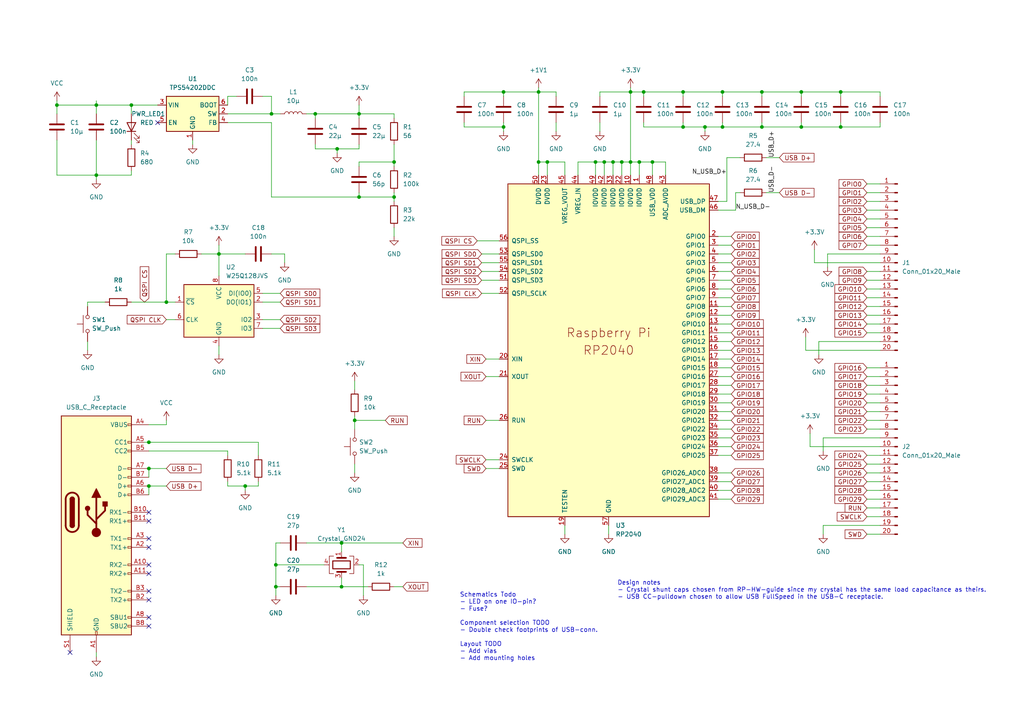
<source format=kicad_sch>
(kicad_sch (version 20211123) (generator eeschema)
  (paper "A4")
  (junction (at 220.98 36.83))
  (junction (at 156.21 46.99))
  (junction (at 27.94 50.8))
  (junction (at 104.14 33.02))
  (junction (at 182.88 46.99))
  (junction (at 156.21 26.67))
  (junction (at 27.94 30.48))
  (junction (at 172.72 46.99))
  (junction (at 180.34 46.99))
  (junction (at 158.75 46.99))
  (junction (at 99.06 170.18))
  (junction (at 189.23 46.99))
  (junction (at 99.06 157.48))
  (junction (at 71.12 140.97))
  (junction (at 185.42 46.99))
  (junction (at 48.26 87.63))
  (junction (at 177.8 46.99))
  (junction (at 182.88 26.67))
  (junction (at 102.87 121.92))
  (junction (at 80.01 170.18))
  (junction (at 91.44 33.02))
  (junction (at 209.55 26.67))
  (junction (at 43.18 128.27))
  (junction (at 175.26 46.99))
  (junction (at 43.18 140.97))
  (junction (at 146.05 26.67))
  (junction (at 232.41 26.67))
  (junction (at 220.98 26.67))
  (junction (at 78.74 33.02))
  (junction (at 186.69 26.67))
  (junction (at 114.3 46.99))
  (junction (at 43.18 135.89))
  (junction (at 204.47 36.83))
  (junction (at 198.12 36.83))
  (junction (at 209.55 36.83))
  (junction (at 16.51 30.48))
  (junction (at 63.5 73.66))
  (junction (at 146.05 36.83))
  (junction (at 80.01 163.83))
  (junction (at 114.3 57.15))
  (junction (at 232.41 36.83))
  (junction (at 38.1 30.48))
  (junction (at 198.12 26.67))
  (junction (at 104.14 57.15))
  (junction (at 243.84 26.67))
  (junction (at 243.84 36.83))
  (junction (at 97.79 43.18))
  (no_connect (at 43.18 171.45))
  (no_connect (at 43.18 148.59))
  (no_connect (at 43.18 179.07))
  (no_connect (at 43.18 158.75))
  (no_connect (at 45.72 35.56))
  (no_connect (at 20.32 189.23))
  (no_connect (at 43.18 173.99))
  (no_connect (at 43.18 163.83))
  (no_connect (at 43.18 151.13))
  (no_connect (at 43.18 181.61))
  (no_connect (at 43.18 156.21))
  (no_connect (at 43.18 166.37))
  (wire (pts (xy 43.18 135.89) (xy 43.18 138.43)))
  (wire (pts (xy 175.26 46.99) (xy 175.26 50.8)))
  (wire (pts (xy 175.26 46.99) (xy 177.8 46.99)))
  (wire (pts (xy 38.1 49.53) (xy 38.1 50.8)))
  (wire (pts (xy 104.14 46.99) (xy 104.14 48.26)))
  (wire (pts (xy 251.46 147.32) (xy 255.27 147.32)))
  (wire (pts (xy 251.46 149.86) (xy 255.27 149.86)))
  (wire (pts (xy 220.98 26.67) (xy 220.98 27.94)))
  (wire (pts (xy 25.4 99.06) (xy 25.4 101.6)))
  (wire (pts (xy 114.3 66.04) (xy 114.3 68.58)))
  (wire (pts (xy 114.3 46.99) (xy 104.14 46.99)))
  (wire (pts (xy 208.28 88.9) (xy 212.09 88.9)))
  (wire (pts (xy 76.2 87.63) (xy 81.28 87.63)))
  (wire (pts (xy 97.79 43.18) (xy 97.79 44.45)))
  (wire (pts (xy 80.01 163.83) (xy 80.01 170.18)))
  (wire (pts (xy 251.46 96.52) (xy 255.27 96.52)))
  (wire (pts (xy 208.28 124.46) (xy 212.09 124.46)))
  (wire (pts (xy 63.5 73.66) (xy 63.5 80.01)))
  (wire (pts (xy 208.28 76.2) (xy 212.09 76.2)))
  (wire (pts (xy 222.25 45.72) (xy 226.06 45.72)))
  (wire (pts (xy 41.91 128.27) (xy 43.18 128.27)))
  (wire (pts (xy 208.28 121.92) (xy 212.09 121.92)))
  (wire (pts (xy 198.12 35.56) (xy 198.12 36.83)))
  (wire (pts (xy 251.46 111.76) (xy 255.27 111.76)))
  (wire (pts (xy 146.05 35.56) (xy 146.05 36.83)))
  (wire (pts (xy 66.04 140.97) (xy 66.04 139.7)))
  (wire (pts (xy 251.46 66.04) (xy 255.27 66.04)))
  (wire (pts (xy 134.62 36.83) (xy 146.05 36.83)))
  (wire (pts (xy 208.28 68.58) (xy 212.09 68.58)))
  (wire (pts (xy 251.46 134.62) (xy 255.27 134.62)))
  (wire (pts (xy 172.72 46.99) (xy 175.26 46.99)))
  (wire (pts (xy 209.55 26.67) (xy 209.55 27.94)))
  (wire (pts (xy 30.48 87.63) (xy 25.4 87.63)))
  (wire (pts (xy 43.18 140.97) (xy 48.26 140.97)))
  (wire (pts (xy 91.44 33.02) (xy 104.14 33.02)))
  (wire (pts (xy 167.64 46.99) (xy 172.72 46.99)))
  (wire (pts (xy 91.44 41.91) (xy 91.44 43.18)))
  (wire (pts (xy 251.46 116.84) (xy 255.27 116.84)))
  (wire (pts (xy 156.21 26.67) (xy 156.21 46.99)))
  (wire (pts (xy 208.28 129.54) (xy 212.09 129.54)))
  (wire (pts (xy 251.46 119.38) (xy 255.27 119.38)))
  (wire (pts (xy 209.55 26.67) (xy 220.98 26.67)))
  (wire (pts (xy 63.5 100.33) (xy 63.5 102.87)))
  (wire (pts (xy 232.41 26.67) (xy 232.41 27.94)))
  (wire (pts (xy 38.1 30.48) (xy 38.1 33.02)))
  (wire (pts (xy 251.46 114.3) (xy 255.27 114.3)))
  (wire (pts (xy 236.22 76.2) (xy 255.27 76.2)))
  (wire (pts (xy 208.28 83.82) (xy 212.09 83.82)))
  (wire (pts (xy 104.14 33.02) (xy 104.14 34.29)))
  (wire (pts (xy 161.29 26.67) (xy 156.21 26.67)))
  (wire (pts (xy 104.14 57.15) (xy 78.74 57.15)))
  (wire (pts (xy 156.21 46.99) (xy 158.75 46.99)))
  (wire (pts (xy 251.46 71.12) (xy 255.27 71.12)))
  (wire (pts (xy 27.94 30.48) (xy 38.1 30.48)))
  (wire (pts (xy 251.46 83.82) (xy 255.27 83.82)))
  (wire (pts (xy 173.99 26.67) (xy 182.88 26.67)))
  (wire (pts (xy 71.12 140.97) (xy 71.12 142.24)))
  (wire (pts (xy 182.88 25.4) (xy 182.88 26.67)))
  (wire (pts (xy 182.88 26.67) (xy 182.88 46.99)))
  (wire (pts (xy 74.93 128.27) (xy 74.93 132.08)))
  (wire (pts (xy 176.53 152.4) (xy 176.53 154.94)))
  (wire (pts (xy 105.41 163.83) (xy 104.14 163.83)))
  (wire (pts (xy 243.84 36.83) (xy 255.27 36.83)))
  (wire (pts (xy 134.62 35.56) (xy 134.62 36.83)))
  (wire (pts (xy 139.7 78.74) (xy 144.78 78.74)))
  (wire (pts (xy 240.03 73.66) (xy 240.03 77.47)))
  (wire (pts (xy 210.82 45.72) (xy 214.63 45.72)))
  (wire (pts (xy 208.28 73.66) (xy 212.09 73.66)))
  (wire (pts (xy 163.83 152.4) (xy 163.83 154.94)))
  (wire (pts (xy 140.97 135.89) (xy 144.78 135.89)))
  (wire (pts (xy 243.84 26.67) (xy 255.27 26.67)))
  (wire (pts (xy 237.49 99.06) (xy 237.49 102.87)))
  (wire (pts (xy 99.06 157.48) (xy 99.06 160.02)))
  (wire (pts (xy 139.7 73.66) (xy 144.78 73.66)))
  (wire (pts (xy 232.41 36.83) (xy 243.84 36.83)))
  (wire (pts (xy 138.43 69.85) (xy 144.78 69.85)))
  (wire (pts (xy 63.5 73.66) (xy 71.12 73.66)))
  (wire (pts (xy 208.28 99.06) (xy 212.09 99.06)))
  (wire (pts (xy 220.98 35.56) (xy 220.98 36.83)))
  (wire (pts (xy 208.28 106.68) (xy 212.09 106.68)))
  (wire (pts (xy 88.9 33.02) (xy 91.44 33.02)))
  (wire (pts (xy 74.93 140.97) (xy 71.12 140.97)))
  (wire (pts (xy 243.84 35.56) (xy 243.84 36.83)))
  (wire (pts (xy 158.75 46.99) (xy 158.75 50.8)))
  (wire (pts (xy 27.94 30.48) (xy 27.94 33.02)))
  (wire (pts (xy 208.28 144.78) (xy 212.09 144.78)))
  (wire (pts (xy 66.04 130.81) (xy 66.04 132.08)))
  (wire (pts (xy 102.87 120.65) (xy 102.87 121.92)))
  (wire (pts (xy 251.46 93.98) (xy 255.27 93.98)))
  (wire (pts (xy 193.04 46.99) (xy 193.04 50.8)))
  (wire (pts (xy 25.4 87.63) (xy 25.4 88.9)))
  (wire (pts (xy 102.87 121.92) (xy 102.87 124.46)))
  (wire (pts (xy 204.47 36.83) (xy 209.55 36.83)))
  (wire (pts (xy 48.26 87.63) (xy 50.8 87.63)))
  (wire (pts (xy 209.55 36.83) (xy 220.98 36.83)))
  (wire (pts (xy 255.27 73.66) (xy 240.03 73.66)))
  (wire (pts (xy 74.93 139.7) (xy 74.93 140.97)))
  (wire (pts (xy 251.46 132.08) (xy 255.27 132.08)))
  (wire (pts (xy 251.46 124.46) (xy 255.27 124.46)))
  (wire (pts (xy 91.44 43.18) (xy 97.79 43.18)))
  (wire (pts (xy 102.87 110.49) (xy 102.87 113.03)))
  (wire (pts (xy 167.64 50.8) (xy 167.64 46.99)))
  (wire (pts (xy 27.94 189.23) (xy 27.94 190.5)))
  (wire (pts (xy 208.28 111.76) (xy 212.09 111.76)))
  (wire (pts (xy 232.41 26.67) (xy 243.84 26.67)))
  (wire (pts (xy 186.69 36.83) (xy 198.12 36.83)))
  (wire (pts (xy 208.28 119.38) (xy 212.09 119.38)))
  (wire (pts (xy 80.01 170.18) (xy 80.01 172.72)))
  (wire (pts (xy 156.21 25.4) (xy 156.21 26.67)))
  (wire (pts (xy 251.46 63.5) (xy 255.27 63.5)))
  (wire (pts (xy 182.88 46.99) (xy 185.42 46.99)))
  (wire (pts (xy 91.44 33.02) (xy 91.44 34.29)))
  (wire (pts (xy 16.51 40.64) (xy 16.51 50.8)))
  (wire (pts (xy 213.36 55.88) (xy 214.63 55.88)))
  (wire (pts (xy 208.28 91.44) (xy 212.09 91.44)))
  (wire (pts (xy 177.8 46.99) (xy 177.8 50.8)))
  (wire (pts (xy 114.3 55.88) (xy 114.3 57.15)))
  (wire (pts (xy 177.8 46.99) (xy 180.34 46.99)))
  (wire (pts (xy 208.28 58.42) (xy 210.82 58.42)))
  (wire (pts (xy 209.55 35.56) (xy 209.55 36.83)))
  (wire (pts (xy 208.28 86.36) (xy 212.09 86.36)))
  (wire (pts (xy 43.18 123.19) (xy 48.26 123.19)))
  (wire (pts (xy 48.26 92.71) (xy 50.8 92.71)))
  (wire (pts (xy 114.3 170.18) (xy 116.84 170.18)))
  (wire (pts (xy 234.95 129.54) (xy 255.27 129.54)))
  (wire (pts (xy 208.28 101.6) (xy 212.09 101.6)))
  (wire (pts (xy 116.84 157.48) (xy 99.06 157.48)))
  (wire (pts (xy 251.46 81.28) (xy 255.27 81.28)))
  (wire (pts (xy 102.87 134.62) (xy 102.87 137.16)))
  (wire (pts (xy 134.62 26.67) (xy 146.05 26.67)))
  (wire (pts (xy 220.98 36.83) (xy 232.41 36.83)))
  (wire (pts (xy 251.46 106.68) (xy 255.27 106.68)))
  (wire (pts (xy 27.94 40.64) (xy 27.94 50.8)))
  (wire (pts (xy 238.76 127) (xy 255.27 127)))
  (wire (pts (xy 251.46 91.44) (xy 255.27 91.44)))
  (wire (pts (xy 114.3 41.91) (xy 114.3 46.99)))
  (wire (pts (xy 251.46 78.74) (xy 255.27 78.74)))
  (wire (pts (xy 76.2 85.09) (xy 81.28 85.09)))
  (wire (pts (xy 163.83 46.99) (xy 163.83 50.8)))
  (wire (pts (xy 105.41 172.72) (xy 105.41 163.83)))
  (wire (pts (xy 78.74 57.15) (xy 78.74 35.56)))
  (wire (pts (xy 208.28 78.74) (xy 212.09 78.74)))
  (wire (pts (xy 114.3 57.15) (xy 114.3 58.42)))
  (wire (pts (xy 251.46 139.7) (xy 255.27 139.7)))
  (wire (pts (xy 158.75 46.99) (xy 163.83 46.99)))
  (wire (pts (xy 251.46 58.42) (xy 255.27 58.42)))
  (wire (pts (xy 16.51 30.48) (xy 16.51 33.02)))
  (wire (pts (xy 208.28 104.14) (xy 212.09 104.14)))
  (wire (pts (xy 204.47 38.1) (xy 204.47 36.83)))
  (wire (pts (xy 233.68 97.79) (xy 233.68 101.6)))
  (wire (pts (xy 99.06 167.64) (xy 99.06 170.18)))
  (wire (pts (xy 43.18 130.81) (xy 66.04 130.81)))
  (wire (pts (xy 208.28 81.28) (xy 212.09 81.28)))
  (wire (pts (xy 104.14 43.18) (xy 104.14 41.91)))
  (wire (pts (xy 99.06 170.18) (xy 106.68 170.18)))
  (wire (pts (xy 251.46 137.16) (xy 255.27 137.16)))
  (wire (pts (xy 208.28 93.98) (xy 212.09 93.98)))
  (wire (pts (xy 251.46 55.88) (xy 255.27 55.88)))
  (wire (pts (xy 38.1 40.64) (xy 38.1 41.91)))
  (wire (pts (xy 16.51 50.8) (xy 27.94 50.8)))
  (wire (pts (xy 186.69 26.67) (xy 198.12 26.67)))
  (wire (pts (xy 161.29 27.94) (xy 161.29 26.67)))
  (wire (pts (xy 114.3 57.15) (xy 104.14 57.15)))
  (wire (pts (xy 173.99 35.56) (xy 173.99 38.1)))
  (wire (pts (xy 99.06 157.48) (xy 88.9 157.48)))
  (wire (pts (xy 146.05 26.67) (xy 146.05 27.94)))
  (wire (pts (xy 66.04 27.94) (xy 68.58 27.94)))
  (wire (pts (xy 78.74 35.56) (xy 66.04 35.56)))
  (wire (pts (xy 161.29 35.56) (xy 161.29 38.1)))
  (wire (pts (xy 208.28 114.3) (xy 212.09 114.3)))
  (wire (pts (xy 180.34 46.99) (xy 182.88 46.99)))
  (wire (pts (xy 140.97 121.92) (xy 144.78 121.92)))
  (wire (pts (xy 213.36 60.96) (xy 213.36 55.88)))
  (wire (pts (xy 198.12 26.67) (xy 209.55 26.67)))
  (wire (pts (xy 251.46 53.34) (xy 255.27 53.34)))
  (wire (pts (xy 66.04 140.97) (xy 71.12 140.97)))
  (wire (pts (xy 88.9 170.18) (xy 99.06 170.18)))
  (wire (pts (xy 78.74 33.02) (xy 81.28 33.02)))
  (wire (pts (xy 114.3 46.99) (xy 114.3 48.26)))
  (wire (pts (xy 180.34 46.99) (xy 180.34 50.8)))
  (wire (pts (xy 234.95 125.73) (xy 234.95 129.54)))
  (wire (pts (xy 243.84 26.67) (xy 243.84 27.94)))
  (wire (pts (xy 140.97 109.22) (xy 144.78 109.22)))
  (wire (pts (xy 233.68 101.6) (xy 255.27 101.6)))
  (wire (pts (xy 114.3 34.29) (xy 114.3 33.02)))
  (wire (pts (xy 134.62 27.94) (xy 134.62 26.67)))
  (wire (pts (xy 16.51 30.48) (xy 27.94 30.48)))
  (wire (pts (xy 208.28 60.96) (xy 213.36 60.96)))
  (wire (pts (xy 76.2 95.25) (xy 81.28 95.25)))
  (wire (pts (xy 251.46 88.9) (xy 255.27 88.9)))
  (wire (pts (xy 251.46 60.96) (xy 255.27 60.96)))
  (wire (pts (xy 80.01 170.18) (xy 81.28 170.18)))
  (wire (pts (xy 208.28 109.22) (xy 212.09 109.22)))
  (wire (pts (xy 251.46 109.22) (xy 255.27 109.22)))
  (wire (pts (xy 76.2 27.94) (xy 78.74 27.94)))
  (wire (pts (xy 208.28 142.24) (xy 212.09 142.24)))
  (wire (pts (xy 140.97 133.35) (xy 144.78 133.35)))
  (wire (pts (xy 185.42 46.99) (xy 185.42 50.8)))
  (wire (pts (xy 27.94 50.8) (xy 27.94 52.07)))
  (wire (pts (xy 66.04 33.02) (xy 78.74 33.02)))
  (wire (pts (xy 66.04 30.48) (xy 66.04 27.94)))
  (wire (pts (xy 139.7 85.09) (xy 144.78 85.09)))
  (wire (pts (xy 251.46 121.92) (xy 255.27 121.92)))
  (wire (pts (xy 251.46 86.36) (xy 255.27 86.36)))
  (wire (pts (xy 78.74 27.94) (xy 78.74 33.02)))
  (wire (pts (xy 208.28 139.7) (xy 212.09 139.7)))
  (wire (pts (xy 114.3 33.02) (xy 104.14 33.02)))
  (wire (pts (xy 210.82 45.72) (xy 210.82 58.42)))
  (wire (pts (xy 208.28 137.16) (xy 212.09 137.16)))
  (wire (pts (xy 27.94 29.21) (xy 27.94 30.48)))
  (wire (pts (xy 104.14 55.88) (xy 104.14 57.15)))
  (wire (pts (xy 48.26 123.19) (xy 48.26 121.92)))
  (wire (pts (xy 38.1 87.63) (xy 48.26 87.63)))
  (wire (pts (xy 172.72 46.99) (xy 172.72 50.8)))
  (wire (pts (xy 251.46 144.78) (xy 255.27 144.78)))
  (wire (pts (xy 55.88 40.64) (xy 55.88 41.91)))
  (wire (pts (xy 198.12 36.83) (xy 204.47 36.83)))
  (wire (pts (xy 50.8 73.66) (xy 48.26 73.66)))
  (wire (pts (xy 139.7 76.2) (xy 144.78 76.2)))
  (wire (pts (xy 182.88 26.67) (xy 186.69 26.67)))
  (wire (pts (xy 102.87 121.92) (xy 111.76 121.92)))
  (wire (pts (xy 198.12 26.67) (xy 198.12 27.94)))
  (wire (pts (xy 156.21 46.99) (xy 156.21 50.8)))
  (wire (pts (xy 238.76 127) (xy 238.76 130.81)))
  (wire (pts (xy 182.88 46.99) (xy 182.88 50.8)))
  (wire (pts (xy 189.23 46.99) (xy 189.23 50.8)))
  (wire (pts (xy 81.28 157.48) (xy 80.01 157.48)))
  (wire (pts (xy 63.5 73.66) (xy 58.42 73.66)))
  (wire (pts (xy 139.7 81.28) (xy 144.78 81.28)))
  (wire (pts (xy 208.28 132.08) (xy 212.09 132.08)))
  (wire (pts (xy 189.23 46.99) (xy 193.04 46.99)))
  (wire (pts (xy 186.69 26.67) (xy 186.69 27.94)))
  (wire (pts (xy 238.76 154.94) (xy 238.76 152.4)))
  (wire (pts (xy 208.28 96.52) (xy 212.09 96.52)))
  (wire (pts (xy 173.99 27.94) (xy 173.99 26.67)))
  (wire (pts (xy 251.46 68.58) (xy 255.27 68.58)))
  (wire (pts (xy 43.18 128.27) (xy 74.93 128.27)))
  (wire (pts (xy 255.27 26.67) (xy 255.27 27.94)))
  (wire (pts (xy 185.42 46.99) (xy 189.23 46.99)))
  (wire (pts (xy 43.18 140.97) (xy 43.18 143.51)))
  (wire (pts (xy 251.46 142.24) (xy 255.27 142.24)))
  (wire (pts (xy 48.26 73.66) (xy 48.26 87.63)))
  (wire (pts (xy 38.1 30.48) (xy 45.72 30.48)))
  (wire (pts (xy 220.98 26.67) (xy 232.41 26.67)))
  (wire (pts (xy 222.25 55.88) (xy 226.06 55.88)))
  (wire (pts (xy 80.01 157.48) (xy 80.01 163.83)))
  (wire (pts (xy 43.18 135.89) (xy 48.26 135.89)))
  (wire (pts (xy 76.2 92.71) (xy 81.28 92.71)))
  (wire (pts (xy 93.98 163.83) (xy 80.01 163.83)))
  (wire (pts (xy 238.76 152.4) (xy 255.27 152.4)))
  (wire (pts (xy 104.14 30.48) (xy 104.14 33.02)))
  (wire (pts (xy 140.97 104.14) (xy 144.78 104.14)))
  (wire (pts (xy 38.1 50.8) (xy 27.94 50.8)))
  (wire (pts (xy 63.5 71.12) (xy 63.5 73.66)))
  (wire (pts (xy 186.69 35.56) (xy 186.69 36.83)))
  (wire (pts (xy 16.51 29.21) (xy 16.51 30.48)))
  (wire (pts (xy 146.05 26.67) (xy 156.21 26.67)))
  (wire (pts (xy 97.79 43.18) (xy 104.14 43.18)))
  (wire (pts (xy 78.74 73.66) (xy 82.55 73.66)))
  (wire (pts (xy 237.49 99.06) (xy 255.27 99.06)))
  (wire (pts (xy 255.27 35.56) (xy 255.27 36.83)))
  (wire (pts (xy 208.28 127) (xy 212.09 127)))
  (wire (pts (xy 146.05 38.1) (xy 146.05 36.83)))
  (wire (pts (xy 251.46 154.94) (xy 255.27 154.94)))
  (wire (pts (xy 236.22 72.39) (xy 236.22 76.2)))
  (wire (pts (xy 208.28 71.12) (xy 212.09 71.12)))
  (wire (pts (xy 232.41 35.56) (xy 232.41 36.83)))
  (wire (pts (xy 82.55 73.66) (xy 82.55 76.2)))
  (wire (pts (xy 208.28 116.84) (xy 212.09 116.84)))
  (text "Schematics Todo\n- LED on one IO-pin?\n- Fuse?\n\nComponent selection TODO\n- Double check footprints of USB-conn.\n\nLayout TODO\n- Add vias\n- Add mounting holes" (at 133.35 191.77 0) (effects (font (size 1.27 1.27)) (justify left bottom)))
  (text "Design notes\n- Crystal shunt caps chosen from RP-HW-guide since my crystal has the same load capacitance as theirs.\n- USB CC-pulldown chosen to allow USB FullSpeed in the USB-C receptacle." (at 179.07 173.99 0) (effects (font (size 1.27 1.27)) (justify left bottom)))
  (label "N_USB_D-" (at 213.36 60.96 0))
  (label "USB_D-" (at 224.79 55.88 90))
  (label "N_USB_D+" (at 210.82 50.8 180))
  (label "USB_D+" (at 224.79 45.72 90))
  (global_label "GPIO16" (shape input) (at 251.46 106.68 180) (property "Intersheet References" "${INTERSHEET_REFS}" (effects hide)))
  (global_label "GPIO25" (shape input) (at 212.09 132.08 0) (property "Intersheet References" "${INTERSHEET_REFS}" (effects hide)))
  (global_label "GPIO22" (shape input) (at 251.46 121.92 180) (property "Intersheet References" "${INTERSHEET_REFS}" (effects hide)))
  (global_label "GPIO11" (shape input) (at 251.46 86.36 180) (property "Intersheet References" "${INTERSHEET_REFS}" (effects hide)))
  (global_label "GPIO6" (shape input) (at 212.09 83.82 0) (property "Intersheet References" "${INTERSHEET_REFS}" (effects hide)))
  (global_label "GPIO4" (shape input) (at 251.46 63.5 180) (property "Intersheet References" "${INTERSHEET_REFS}" (effects hide)))
  (global_label "GPIO24" (shape input) (at 212.09 129.54 0) (property "Intersheet References" "${INTERSHEET_REFS}" (effects hide)))
  (global_label "SWCLK" (shape input) (at 251.46 149.86 180) (property "Intersheet References" "${INTERSHEET_REFS}" (effects hide)))
  (global_label "GPIO17" (shape input) (at 212.09 111.76 0) (property "Intersheet References" "${INTERSHEET_REFS}" (effects hide)))
  (global_label "GPIO29" (shape input) (at 212.09 144.78 0) (property "Intersheet References" "${INTERSHEET_REFS}" (effects hide)))
  (global_label "GPIO24" (shape input) (at 251.46 132.08 180) (property "Intersheet References" "${INTERSHEET_REFS}" (effects hide)))
  (global_label "USB D-" (shape input) (at 226.06 55.88 0) (property "Intersheet References" "${INTERSHEET_REFS}" (effects hide)))
  (global_label "GPIO26" (shape input) (at 251.46 137.16 180) (property "Intersheet References" "${INTERSHEET_REFS}" (effects hide)))
  (global_label "QSPI CS" (shape input) (at 41.91 87.63 90) (property "Intersheet References" "${INTERSHEET_REFS}" (effects hide)))
  (global_label "QSPI SD0" (shape input) (at 139.7 73.66 180) (property "Intersheet References" "${INTERSHEET_REFS}" (effects hide)))
  (global_label "GPIO2" (shape input) (at 212.09 73.66 0) (property "Intersheet References" "${INTERSHEET_REFS}" (effects hide)))
  (global_label "GPIO8" (shape input) (at 212.09 88.9 0) (property "Intersheet References" "${INTERSHEET_REFS}" (effects hide)))
  (global_label "GPIO8" (shape input) (at 251.46 78.74 180) (property "Intersheet References" "${INTERSHEET_REFS}" (effects hide)))
  (global_label "GPIO5" (shape input) (at 251.46 66.04 180) (property "Intersheet References" "${INTERSHEET_REFS}" (effects hide)))
  (global_label "GPIO0" (shape input) (at 212.09 68.58 0) (property "Intersheet References" "${INTERSHEET_REFS}" (effects hide)))
  (global_label "GPIO9" (shape input) (at 251.46 81.28 180) (property "Intersheet References" "${INTERSHEET_REFS}" (effects hide)))
  (global_label "GPIO10" (shape input) (at 251.46 83.82 180) (property "Intersheet References" "${INTERSHEET_REFS}" (effects hide)))
  (global_label "USB D+" (shape input) (at 226.06 45.72 0) (property "Intersheet References" "${INTERSHEET_REFS}" (effects hide)))
  (global_label "GPIO23" (shape input) (at 251.46 124.46 180) (property "Intersheet References" "${INTERSHEET_REFS}" (effects hide)))
  (global_label "GPIO7" (shape input) (at 212.09 86.36 0) (property "Intersheet References" "${INTERSHEET_REFS}" (effects hide)))
  (global_label "GPIO12" (shape input) (at 251.46 88.9 180) (property "Intersheet References" "${INTERSHEET_REFS}" (effects hide)))
  (global_label "GPIO21" (shape input) (at 212.09 121.92 0) (property "Intersheet References" "${INTERSHEET_REFS}" (effects hide)))
  (global_label "GPIO15" (shape input) (at 251.46 96.52 180) (property "Intersheet References" "${INTERSHEET_REFS}" (effects hide)))
  (global_label "SWD" (shape input) (at 140.97 135.89 180) (property "Intersheet References" "${INTERSHEET_REFS}" (effects hide)))
  (global_label "XIN" (shape input) (at 140.97 104.14 180) (property "Intersheet References" "${INTERSHEET_REFS}" (effects hide)))
  (global_label "GPIO13" (shape input) (at 212.09 101.6 0) (property "Intersheet References" "${INTERSHEET_REFS}" (effects hide)))
  (global_label "GPIO27" (shape input) (at 212.09 139.7 0) (property "Intersheet References" "${INTERSHEET_REFS}" (effects hide)))
  (global_label "GPIO1" (shape input) (at 251.46 55.88 180) (property "Intersheet References" "${INTERSHEET_REFS}" (effects hide)))
  (global_label "GPIO27" (shape input) (at 251.46 139.7 180) (property "Intersheet References" "${INTERSHEET_REFS}" (effects hide)))
  (global_label "QSPI SD0" (shape input) (at 81.28 85.09 0) (property "Intersheet References" "${INTERSHEET_REFS}" (effects hide)))
  (global_label "GPIO29" (shape input) (at 251.46 144.78 180) (property "Intersheet References" "${INTERSHEET_REFS}" (effects hide)))
  (global_label "GPIO2" (shape input) (at 251.46 58.42 180) (property "Intersheet References" "${INTERSHEET_REFS}" (effects hide)))
  (global_label "USB D-" (shape input) (at 48.26 135.89 0) (property "Intersheet References" "${INTERSHEET_REFS}" (effects hide)))
  (global_label "GPIO17" (shape input) (at 251.46 109.22 180) (property "Intersheet References" "${INTERSHEET_REFS}" (effects hide)))
  (global_label "GPIO9" (shape input) (at 212.09 91.44 0) (property "Intersheet References" "${INTERSHEET_REFS}" (effects hide)))
  (global_label "RUN" (shape input) (at 251.46 147.32 180) (property "Intersheet References" "${INTERSHEET_REFS}" (effects hide)))
  (global_label "GPIO20" (shape input) (at 212.09 119.38 0) (property "Intersheet References" "${INTERSHEET_REFS}" (effects hide)))
  (global_label "QSPI CLK" (shape input) (at 48.26 92.71 180) (property "Intersheet References" "${INTERSHEET_REFS}" (effects hide)))
  (global_label "GPIO28" (shape input) (at 212.09 142.24 0) (property "Intersheet References" "${INTERSHEET_REFS}" (effects hide)))
  (global_label "GPIO11" (shape input) (at 212.09 96.52 0) (property "Intersheet References" "${INTERSHEET_REFS}" (effects hide)))
  (global_label "GPIO14" (shape input) (at 251.46 93.98 180) (property "Intersheet References" "${INTERSHEET_REFS}" (effects hide)))
  (global_label "SWD" (shape input) (at 251.46 154.94 180) (property "Intersheet References" "${INTERSHEET_REFS}" (effects hide)))
  (global_label "QSPI CS" (shape input) (at 138.43 69.85 180) (property "Intersheet References" "${INTERSHEET_REFS}" (effects hide)))
  (global_label "QSPI SD3" (shape input) (at 81.28 95.25 0) (property "Intersheet References" "${INTERSHEET_REFS}" (effects hide)))
  (global_label "SWCLK" (shape input) (at 140.97 133.35 180) (property "Intersheet References" "${INTERSHEET_REFS}" (effects hide)))
  (global_label "GPIO12" (shape input) (at 212.09 99.06 0) (property "Intersheet References" "${INTERSHEET_REFS}" (effects hide)))
  (global_label "QSPI SD2" (shape input) (at 81.28 92.71 0) (property "Intersheet References" "${INTERSHEET_REFS}" (effects hide)))
  (global_label "GPIO10" (shape input) (at 212.09 93.98 0) (property "Intersheet References" "${INTERSHEET_REFS}" (effects hide)))
  (global_label "GPIO20" (shape input) (at 251.46 116.84 180) (property "Intersheet References" "${INTERSHEET_REFS}" (effects hide)))
  (global_label "GPIO28" (shape input) (at 251.46 142.24 180) (property "Intersheet References" "${INTERSHEET_REFS}" (effects hide)))
  (global_label "GPIO25" (shape input) (at 251.46 134.62 180) (property "Intersheet References" "${INTERSHEET_REFS}" (effects hide)))
  (global_label "GPIO5" (shape input) (at 212.09 81.28 0) (property "Intersheet References" "${INTERSHEET_REFS}" (effects hide)))
  (global_label "QSPI SD1" (shape input) (at 139.7 76.2 180) (property "Intersheet References" "${INTERSHEET_REFS}" (effects hide)))
  (global_label "GPIO7" (shape input) (at 251.46 71.12 180) (property "Intersheet References" "${INTERSHEET_REFS}" (effects hide)))
  (global_label "GPIO6" (shape input) (at 251.46 68.58 180) (property "Intersheet References" "${INTERSHEET_REFS}" (effects hide)))
  (global_label "GPIO18" (shape input) (at 212.09 114.3 0) (property "Intersheet References" "${INTERSHEET_REFS}" (effects hide)))
  (global_label "GPIO0" (shape input) (at 251.46 53.34 180) (property "Intersheet References" "${INTERSHEET_REFS}" (effects hide)))
  (global_label "XOUT" (shape input) (at 116.84 170.18 0) (property "Intersheet References" "${INTERSHEET_REFS}" (effects hide)))
  (global_label "GPIO4" (shape input) (at 212.09 78.74 0) (property "Intersheet References" "${INTERSHEET_REFS}" (effects hide)))
  (global_label "XOUT" (shape input) (at 140.97 109.22 180) (property "Intersheet References" "${INTERSHEET_REFS}" (effects hide)))
  (global_label "GPIO26" (shape input) (at 212.09 137.16 0) (property "Intersheet References" "${INTERSHEET_REFS}" (effects hide)))
  (global_label "GPIO1" (shape input) (at 212.09 71.12 0) (property "Intersheet References" "${INTERSHEET_REFS}" (effects hide)))
  (global_label "QSPI SD2" (shape input) (at 139.7 78.74 180) (property "Intersheet References" "${INTERSHEET_REFS}" (effects hide)))
  (global_label "GPIO15" (shape input) (at 212.09 106.68 0) (property "Intersheet References" "${INTERSHEET_REFS}" (effects hide)))
  (global_label "XIN" (shape input) (at 116.84 157.48 0) (property "Intersheet References" "${INTERSHEET_REFS}" (effects hide)))
  (global_label "QSPI SD1" (shape input) (at 81.28 87.63 0) (property "Intersheet References" "${INTERSHEET_REFS}" (effects hide)))
  (global_label "GPIO22" (shape input) (at 212.09 124.46 0) (property "Intersheet References" "${INTERSHEET_REFS}" (effects hide)))
  (global_label "QSPI SD3" (shape input) (at 139.7 81.28 180) (property "Intersheet References" "${INTERSHEET_REFS}" (effects hide)))
  (global_label "RUN" (shape input) (at 111.76 121.92 0) (property "Intersheet References" "${INTERSHEET_REFS}" (effects hide)))
  (global_label "GPIO23" (shape input) (at 212.09 127 0) (property "Intersheet References" "${INTERSHEET_REFS}" (effects hide)))
  (global_label "QSPI CLK" (shape input) (at 139.7 85.09 180) (property "Intersheet References" "${INTERSHEET_REFS}" (effects hide)))
  (global_label "GPIO13" (shape input) (at 251.46 91.44 180) (property "Intersheet References" "${INTERSHEET_REFS}" (effects hide)))
  (global_label "GPIO3" (shape input) (at 251.46 60.96 180) (property "Intersheet References" "${INTERSHEET_REFS}" (effects hide)))
  (global_label "USB D+" (shape input) (at 48.26 140.97 0) (property "Intersheet References" "${INTERSHEET_REFS}" (effects hide)))
  (global_label "GPIO14" (shape input) (at 212.09 104.14 0) (property "Intersheet References" "${INTERSHEET_REFS}" (effects hide)))
  (global_label "GPIO16" (shape input) (at 212.09 109.22 0) (property "Intersheet References" "${INTERSHEET_REFS}" (effects hide)))
  (global_label "GPIO21" (shape input) (at 251.46 119.38 180) (property "Intersheet References" "${INTERSHEET_REFS}" (effects hide)))
  (global_label "GPIO18" (shape input) (at 251.46 111.76 180) (property "Intersheet References" "${INTERSHEET_REFS}" (effects hide)))
  (global_label "GPIO3" (shape input) (at 212.09 76.2 0) (property "Intersheet References" "${INTERSHEET_REFS}" (effects hide)))
  (global_label "GPIO19" (shape input) (at 212.09 116.84 0) (property "Intersheet References" "${INTERSHEET_REFS}" (effects hide)))
  (global_label "GPIO19" (shape input) (at 251.46 114.3 180) (property "Intersheet References" "${INTERSHEET_REFS}" (effects hide)))
  (global_label "RUN" (shape input) (at 140.97 121.92 180) (property "Intersheet References" "${INTERSHEET_REFS}" (effects hide)))
  (symbol (lib_id "Device:C") (at 173.99 31.75 0) (unit 1)
    (property "Reference" "C10" (at 177.8 30.4799 0) (effects (justify left)))
    (property "Value" "1µ" (at 177.8 33.0199 0) (effects (justify left)))
    (property "Footprint" "Capacitor_SMD:C_0805_2012Metric" (effects hide))
  )
  (symbol (lib_id "Device:C") (at 186.69 31.75 0) (unit 1)
    (property "Reference" "C11" (at 190.5 30.4799 0) (effects (justify left)))
    (property "Value" "100n" (at 190.5 33.0199 0) (effects (justify left)))
    (property "Footprint" "Capacitor_SMD:C_0805_2012Metric" (effects hide))
  )
  (symbol (lib_id "Device:C") (at 104.14 38.1 0) (unit 1)
    (property "Reference" "C5" (at 107.95 36.8299 0) (effects (justify left)))
    (property "Value" "22µ" (at 107.95 39.3699 0) (effects (justify left)))
    (property "Footprint" "Capacitor_SMD:C_0805_2012Metric" (effects hide))
  )
  (symbol (lib_id "power:GND") (at 102.87 137.16 0) (unit 1)
    (property "Reference" "#PWR0112" (effects hide))
    (property "Value" "GND" (at 102.87 142.24 0))
  )
  (symbol (lib_id "power:+3.3V") (at 104.14 30.48 0) (unit 1)
    (property "Reference" "#PWR0119" (effects hide))
    (property "Value" "+3.3V" (at 104.14 25.4 0))
  )
  (symbol (lib_id "Switch:SW_Push") (at 25.4 93.98 90) (unit 1)
    (property "Reference" "SW1" (at 26.67 92.7099 90) (effects (justify right)))
    (property "Value" "SW_Push" (at 26.67 95.2499 90) (effects (justify right)))
  )
  (symbol (lib_id "Device:C") (at 134.62 31.75 0) (unit 1)
    (property "Reference" "C7" (at 138.43 30.4799 0) (effects (justify left)))
    (property "Value" "100n" (at 138.43 33.0199 0) (effects (justify left)))
    (property "Footprint" "Capacitor_SMD:C_0805_2012Metric" (effects hide))
  )
  (symbol (lib_id "power:GND") (at 161.29 38.1 0) (unit 1)
    (property "Reference" "#PWR0126" (effects hide))
    (property "Value" "GND" (at 161.29 43.18 0))
  )
  (symbol (lib_id "power:GND") (at 238.76 154.94 0) (unit 1)
    (property "Reference" "#PWR0101" (effects hide))
    (property "Value" "GND" (at 238.76 160.02 0))
  )
  (symbol (lib_id "power:GND") (at 163.83 154.94 0) (unit 1)
    (property "Reference" "#PWR0132" (effects hide))
    (property "Value" "GND" (at 163.83 160.02 0))
  )
  (symbol (lib_id "power:VCC") (at 16.51 29.21 0) (unit 1)
    (property "Reference" "#PWR0121" (effects hide))
    (property "Value" "VCC" (at 16.51 24.13 0))
  )
  (symbol (lib_id "Device:R") (at 218.44 45.72 90) (unit 1)
    (property "Reference" "R5" (at 218.44 39.37 90))
    (property "Value" "27.4" (at 218.44 41.91 90))
  )
  (symbol (lib_id "power:GND") (at 204.47 38.1 0) (unit 1)
    (property "Reference" "#PWR0133" (effects hide))
    (property "Value" "GND" (at 204.47 43.18 0))
  )
  (symbol (lib_id "power:+3.3V") (at 63.5 71.12 0) (unit 1)
    (property "Reference" "#PWR0111" (effects hide))
    (property "Value" "+3.3V" (at 63.5 66.04 0))
  )
  (symbol (lib_id "power:+3.3V") (at 182.88 25.4 0) (unit 1)
    (property "Reference" "#PWR0128" (effects hide))
    (property "Value" "+3.3V" (at 182.88 20.32 0))
  )
  (symbol (lib_id "power:+3.3V") (at 102.87 110.49 0) (unit 1)
    (property "Reference" "#PWR0116" (effects hide))
    (property "Value" "+3.3V" (at 102.87 105.41 0))
  )
  (symbol (lib_id "power:GND") (at 237.49 102.87 0) (unit 1)
    (property "Reference" "#PWR0106" (effects hide))
    (property "Value" "GND" (at 237.49 107.95 0))
  )
  (symbol (lib_id "MCU_RaspberryPi_RP2040:RP2040") (at 176.53 101.6 0) (unit 1)
    (property "Reference" "U3" (at 178.5494 152.4 0) (effects (justify left)))
    (property "Value" "RP2040" (at 178.5494 154.94 0) (effects (justify left)))
    (property "Footprint" "RP2040_minimal:RP2040-QFN-56" (effects hide))
  )
  (symbol (lib_id "power:GND") (at 71.12 142.24 0) (unit 1)
    (property "Reference" "#PWR0114" (effects hide))
    (property "Value" "GND" (at 71.12 147.32 0))
  )
  (symbol (lib_id "Memory_Flash:W25Q128JVS") (at 63.5 90.17 0) (unit 1)
    (property "Reference" "U2" (at 65.5194 77.47 0) (effects (justify left)))
    (property "Value" "W25Q128JVS" (at 65.5194 80.01 0) (effects (justify left)))
    (property "Footprint" "Package_SO:SOIC-8_5.23x5.23mm_P1.27mm" (effects hide))
    (property "Datasheet" "http://www.winbond.com/resource-files/w25q128jv_dtr%20revc%2003272018%20plus.pdf" (effects hide))
  )
  (symbol (lib_id "power:GND") (at 173.99 38.1 0) (unit 1)
    (property "Reference" "#PWR0125" (effects hide))
    (property "Value" "GND" (at 173.99 43.18 0))
  )
  (symbol (lib_id "Device:C") (at 161.29 31.75 0) (unit 1)
    (property "Reference" "C9" (at 165.1 30.4799 0) (effects (justify left)))
    (property "Value" "1µ" (at 165.1 33.0199 0) (effects (justify left)))
    (property "Footprint" "Capacitor_SMD:C_0805_2012Metric" (effects hide))
  )
  (symbol (lib_id "Device:C") (at 91.44 38.1 0) (unit 1)
    (property "Reference" "C4" (at 95.25 36.8299 0) (effects (justify left)))
    (property "Value" "22µ" (at 95.25 39.3699 0) (effects (justify left)))
    (property "Footprint" "Capacitor_SMD:C_0805_2012Metric" (effects hide))
  )
  (symbol (lib_id "Device:R") (at 110.49 170.18 90) (unit 1)
    (property "Reference" "R12" (at 110.49 163.83 90))
    (property "Value" "1k" (at 110.49 166.37 90))
  )
  (symbol (lib_id "power:+3.3V") (at 236.22 72.39 0) (unit 1)
    (property "Reference" "#PWR0104" (effects hide))
    (property "Value" "+3.3V" (at 236.22 67.31 0))
  )
  (symbol (lib_id "Device:L") (at 85.09 33.02 90) (unit 1)
    (property "Reference" "L1" (at 85.09 26.67 90))
    (property "Value" "10µ" (at 85.09 29.21 90))
  )
  (symbol (lib_id "power:GND") (at 55.88 41.91 0) (unit 1)
    (property "Reference" "#PWR0123" (effects hide))
    (property "Value" "GND" (at 55.88 46.99 0))
  )
  (symbol (lib_id "Connector:Conn_01x20_Male") (at 260.35 76.2 0) (mirror y) (unit 1)
    (property "Reference" "J1" (at 261.62 76.1999 0) (effects (justify right)))
    (property "Value" "Conn_01x20_Male" (at 261.62 78.7399 0) (effects (justify right)))
  )
  (symbol (lib_id "Device:Crystal_GND24") (at 99.06 163.83 270) (unit 1)
    (property "Reference" "Y1" (at 99.06 153.67 90))
    (property "Value" "Crystal_GND24" (at 99.06 156.21 90))
  )
  (symbol (lib_id "Device:R") (at 102.87 116.84 180) (unit 1)
    (property "Reference" "R9" (at 105.41 115.5699 0) (effects (justify right)))
    (property "Value" "10k" (at 105.41 118.1099 0) (effects (justify right)))
  )
  (symbol (lib_id "Device:C") (at 85.09 170.18 90) (unit 1)
    (property "Reference" "C20" (at 85.09 162.56 90))
    (property "Value" "27p" (at 85.09 165.1 90))
    (property "Footprint" "Capacitor_SMD:C_0805_2012Metric" (effects hide))
  )
  (symbol (lib_id "Device:R") (at 34.29 87.63 90) (unit 1)
    (property "Reference" "R8" (at 34.29 81.28 90))
    (property "Value" "1k" (at 34.29 83.82 90))
  )
  (symbol (lib_id "Device:C") (at 104.14 52.07 0) (unit 1)
    (property "Reference" "C6" (at 107.95 50.7999 0) (effects (justify left)))
    (property "Value" "56p" (at 107.95 53.3399 0) (effects (justify left)))
    (property "Footprint" "Capacitor_SMD:C_0805_2012Metric" (effects hide))
  )
  (symbol (lib_id "power:GND") (at 25.4 101.6 0) (unit 1)
    (property "Reference" "#PWR0120" (effects hide))
    (property "Value" "GND" (at 25.4 106.68 0))
  )
  (symbol (lib_id "power:GND") (at 114.3 68.58 0) (unit 1)
    (property "Reference" "#PWR0118" (effects hide))
    (property "Value" "GND" (at 114.3 73.66 0))
  )
  (symbol (lib_id "Device:C") (at 72.39 27.94 270) (unit 1)
    (property "Reference" "C3" (at 72.39 20.32 90))
    (property "Value" "100n" (at 72.39 22.86 90))
    (property "Footprint" "Capacitor_SMD:C_0805_2012Metric" (effects hide))
  )
  (symbol (lib_id "Connector:Conn_01x20_Male") (at 260.35 129.54 0) (mirror y) (unit 1)
    (property "Reference" "J2" (at 261.62 129.5399 0) (effects (justify right)))
    (property "Value" "Conn_01x20_Male" (at 261.62 132.0799 0) (effects (justify right)))
  )
  (symbol (lib_id "Device:C") (at 146.05 31.75 0) (unit 1)
    (property "Reference" "C8" (at 149.86 30.4799 0) (effects (justify left)))
    (property "Value" "100n" (at 149.86 33.0199 0) (effects (justify left)))
    (property "Footprint" "Capacitor_SMD:C_0805_2012Metric" (effects hide))
  )
  (symbol (lib_id "power:GND") (at 27.94 190.5 0) (unit 1)
    (property "Reference" "#PWR0108" (effects hide))
    (property "Value" "GND" (at 27.94 195.58 0))
  )
  (symbol (lib_id "power:GND") (at 82.55 76.2 0) (unit 1)
    (property "Reference" "#PWR0110" (effects hide))
    (property "Value" "GND" (at 82.55 81.28 0))
  )
  (symbol (lib_id "Device:R") (at 114.3 62.23 0) (unit 1)
    (property "Reference" "R3" (at 116.84 60.9599 0) (effects (justify left)))
    (property "Value" "22k" (at 116.84 63.4999 0) (effects (justify left)))
  )
  (symbol (lib_id "Device:C") (at 16.51 36.83 0) (unit 1)
    (property "Reference" "C1" (at 20.32 35.5599 0) (effects (justify left)))
    (property "Value" "10µ" (at 20.32 38.0999 0) (effects (justify left)))
    (property "Footprint" "Capacitor_SMD:C_0805_2012Metric" (effects hide))
  )
  (symbol (lib_id "Device:LED") (at 38.1 36.83 90) (unit 1)
    (property "Reference" "PWR_LED1" (at 38.1 33.02 90) (effects (justify right)))
    (property "Value" "RED" (at 40.64 35.56 90) (effects (justify right)))
    (property "Datasheet" "https://jlcpcb.com/partdetail/Hubei_KentoElec-KT0603R/C2286" (effects hide))
    (property "Fwd Voltage" "2 V" (effects hide))
  )
  (symbol (lib_id "Device:R") (at 218.44 55.88 270) (unit 1)
    (property "Reference" "R6" (at 218.44 49.53 90))
    (property "Value" "27.4" (at 218.44 52.07 90))
  )
  (symbol (lib_id "Device:R") (at 114.3 52.07 0) (unit 1)
    (property "Reference" "R2" (at 116.84 50.7999 0) (effects (justify left)))
    (property "Value" "100k" (at 116.84 53.3399 0) (effects (justify left)))
  )
  (symbol (lib_id "Switch:SW_Push") (at 102.87 129.54 90) (unit 1)
    (property "Reference" "SW2" (at 104.14 128.2699 90) (effects (justify right)))
    (property "Value" "SW_Push" (at 104.14 130.8099 90) (effects (justify right)))
  )
  (symbol (lib_id "Device:C") (at 209.55 31.75 0) (unit 1)
    (property "Reference" "C13" (at 213.36 30.4799 0) (effects (justify left)))
    (property "Value" "100n" (at 213.36 33.0199 0) (effects (justify left)))
    (property "Footprint" "Capacitor_SMD:C_0805_2012Metric" (effects hide))
  )
  (symbol (lib_id "power:GND") (at 63.5 102.87 0) (unit 1)
    (property "Reference" "#PWR0122" (effects hide))
    (property "Value" "GND" (at 63.5 107.95 0))
  )
  (symbol (lib_id "power:GND") (at 176.53 154.94 0) (unit 1)
    (property "Reference" "#PWR0131" (effects hide))
    (property "Value" "GND" (at 176.53 160.02 0))
  )
  (symbol (lib_id "power:+3.3V") (at 234.95 125.73 0) (unit 1)
    (property "Reference" "#PWR0103" (effects hide))
    (property "Value" "+3.3V" (at 234.95 120.65 0))
  )
  (symbol (lib_id "Device:C") (at 232.41 31.75 0) (unit 1)
    (property "Reference" "C15" (at 236.22 30.4799 0) (effects (justify left)))
    (property "Value" "100n" (at 236.22 33.0199 0) (effects (justify left)))
    (property "Footprint" "Capacitor_SMD:C_0805_2012Metric" (effects hide))
  )
  (symbol (lib_id "Device:R") (at 66.04 135.89 0) (unit 1)
    (property "Reference" "R10" (at 68.58 134.6199 0) (effects (justify left)))
    (property "Value" "5.1k" (at 68.58 137.1599 0) (effects (justify left)))
  )
  (symbol (lib_id "power:+3.3V") (at 233.68 97.79 0) (unit 1)
    (property "Reference" "#PWR0105" (effects hide))
    (property "Value" "+3.3V" (at 233.68 92.71 0))
  )
  (symbol (lib_id "power:GND") (at 27.94 52.07 0) (unit 1)
    (property "Reference" "#PWR0124" (effects hide))
    (property "Value" "GND" (at 27.94 57.15 0))
  )
  (symbol (lib_id "power:GND") (at 146.05 38.1 0) (unit 1)
    (property "Reference" "#PWR0130" (effects hide))
    (property "Value" "GND" (at 146.05 43.18 0))
  )
  (symbol (lib_id "power:VCC") (at 48.26 121.92 0) (unit 1)
    (property "Reference" "#PWR0109" (effects hide))
    (property "Value" "VCC" (at 48.26 116.84 0))
  )
  (symbol (lib_id "power:+1V1") (at 156.21 25.4 0) (unit 1)
    (property "Reference" "#PWR0127" (effects hide))
    (property "Value" "+1V1" (at 156.21 20.32 0))
  )
  (symbol (lib_id "Device:C") (at 255.27 31.75 0) (unit 1)
    (property "Reference" "C17" (at 259.08 30.4799 0) (effects (justify left)))
    (property "Value" "100n" (at 259.08 33.0199 0) (effects (justify left)))
    (property "Footprint" "Capacitor_SMD:C_0805_2012Metric" (effects hide))
  )
  (symbol (lib_id "power:GND") (at 97.79 44.45 0) (unit 1)
    (property "Reference" "#PWR0117" (effects hide))
    (property "Value" "GND" (at 97.79 49.53 0))
  )
  (symbol (lib_id "Regulator_Switching:TPS54202DDC") (at 55.88 33.02 0) (unit 1)
    (property "Reference" "U1" (at 55.88 22.86 0))
    (property "Value" "TPS54202DDC" (at 55.88 25.4 0))
    (property "Footprint" "Package_TO_SOT_SMD:SOT-23-6" (effects hide))
    (property "Datasheet" "http://www.ti.com/lit/ds/symlink/tps54202.pdf" (effects hide))
  )
  (symbol (lib_id "power:GND") (at 105.41 172.72 0) (unit 1)
    (property "Reference" "#PWR0113" (effects hide))
    (property "Value" "GND" (at 105.41 177.8 0))
  )
  (symbol (lib_id "Device:R") (at 74.93 135.89 0) (unit 1)
    (property "Reference" "R11" (at 77.47 134.6199 0) (effects (justify left)))
    (property "Value" "5.1k" (at 77.47 137.1599 0) (effects (justify left)))
  )
  (symbol (lib_id "Device:R") (at 54.61 73.66 90) (unit 1)
    (property "Reference" "R7" (at 54.61 67.31 90))
    (property "Value" "10k" (at 54.61 69.85 90))
  )
  (symbol (lib_id "Device:C") (at 74.93 73.66 270) (unit 1)
    (property "Reference" "C18" (at 74.93 66.04 90))
    (property "Value" "100n" (at 74.93 68.58 90))
    (property "Footprint" "Capacitor_SMD:C_0805_2012Metric" (effects hide))
  )
  (symbol (lib_id "power:GND") (at 80.01 172.72 0) (unit 1)
    (property "Reference" "#PWR0115" (effects hide))
    (property "Value" "GND" (at 80.01 177.8 0))
  )
  (symbol (lib_id "Device:C") (at 220.98 31.75 0) (unit 1)
    (property "Reference" "C14" (at 224.79 30.4799 0) (effects (justify left)))
    (property "Value" "100n" (at 224.79 33.0199 0) (effects (justify left)))
    (property "Footprint" "Capacitor_SMD:C_0805_2012Metric" (effects hide))
  )
  (symbol (lib_id "power:GND") (at 240.03 77.47 0) (unit 1)
    (property "Reference" "#PWR0107" (effects hide))
    (property "Value" "GND" (at 240.03 82.55 0))
  )
  (symbol (lib_id "Device:R") (at 114.3 38.1 0) (unit 1)
    (property "Reference" "R1" (at 116.84 36.8299 0) (effects (justify left)))
    (property "Value" "56" (at 116.84 39.3699 0) (effects (justify left)))
  )
  (symbol (lib_id "Connector:USB_C_Receptacle") (at 27.94 148.59 0) (unit 1)
    (property "Reference" "J3" (at 27.94 115.57 0))
    (property "Value" "USB_C_Receptacle" (at 27.94 118.11 0))
    (property "Datasheet" "https://www.usb.org/sites/default/files/documents/usb_type-c.zip" (effects hide))
  )
  (symbol (lib_id "Device:R") (at 38.1 45.72 0) (unit 1)
    (property "Reference" "R4" (at 40.64 44.4499 0) (effects (justify left)))
    (property "Value" "680" (at 40.64 46.9899 0) (effects (justify left)))
  )
  (symbol (lib_id "Device:C") (at 27.94 36.83 0) (unit 1)
    (property "Reference" "C2" (at 31.75 35.5599 0) (effects (justify left)))
    (property "Value" "100n" (at 31.75 38.0999 0) (effects (justify left)))
    (property "Footprint" "Capacitor_SMD:C_0805_2012Metric" (effects hide))
  )
  (symbol (lib_id "Device:C") (at 85.09 157.48 90) (unit 1)
    (property "Reference" "C19" (at 85.09 149.86 90))
    (property "Value" "27p" (at 85.09 152.4 90))
    (property "Footprint" "Capacitor_SMD:C_0805_2012Metric" (effects hide))
  )
  (symbol (lib_id "Device:C") (at 198.12 31.75 0) (unit 1)
    (property "Reference" "C12" (at 201.93 30.4799 0) (effects (justify left)))
    (property "Value" "100n" (at 201.93 33.0199 0) (effects (justify left)))
    (property "Footprint" "Capacitor_SMD:C_0805_2012Metric" (effects hide))
  )
  (symbol (lib_id "power:GND") (at 238.76 130.81 0) (unit 1)
    (property "Reference" "#PWR0102" (effects hide))
    (property "Value" "GND" (at 238.76 135.89 0))
  )
  (symbol (lib_id "Device:C") (at 243.84 31.75 0) (unit 1)
    (property "Reference" "C16" (at 247.65 30.4799 0) (effects (justify left)))
    (property "Value" "100n" (at 247.65 33.0199 0) (effects (justify left)))
    (property "Footprint" "Capacitor_SMD:C_0805_2012Metric" (effects hide))
  )
)
</source>
